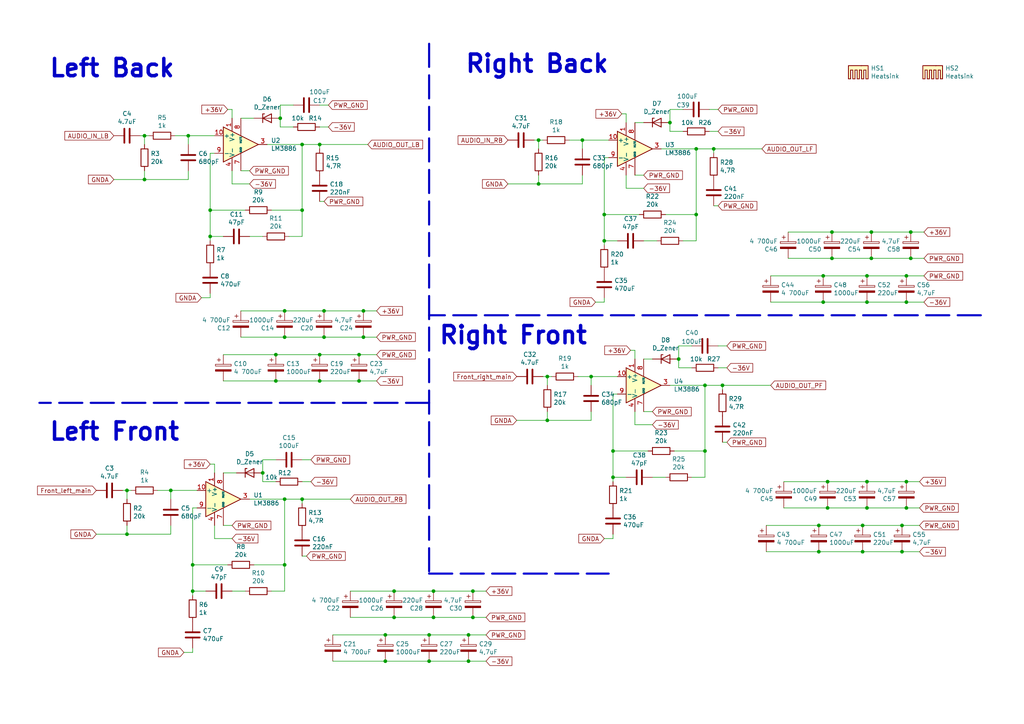
<source format=kicad_sch>
(kicad_sch (version 20211123) (generator eeschema)
  (paper "A4")
  (lib_symbols
    (symbol "Amplifier_Audio:LM3886" (pin_names (offset 0.127))
      (property "Reference" "U" (at 5.08 6.35 0))
      (property "Value" "LM3886" (at 5.08 3.81 0))
      (symbol "LM3886_0_1"
        (polyline (pts (xy -5.08 5.08) (xy 5.08 0) (xy -5.08 -5.08) (xy -5.08 5.08)) (stroke (width 0.254)) (fill (type background)))
      )
      (symbol "LM3886_1_1"
        (pin power_in line (at -2.54 7.62 270) (length 3.81) (name "V+") (number "1"))
        (pin input line (at -7.62 2.54 0) (length 2.54) (name "+") (number "10"))
        (pin no_connect line (at 2.54 2.54 270) (length 2.54) hide (name "NC") (number "11"))
        (pin no_connect line (at -2.54 2.54 270) (length 2.54) hide (name "NC") (number "2"))
        (pin output line (at 7.62 0 180) (length 2.54) (name "~") (number "3"))
        (pin power_in line (at -2.54 -7.62 90) (length 3.81) (name "V-") (number "4"))
        (pin passive line (at -2.54 7.62 270) (length 3.81) hide (name "V+") (number "5"))
        (pin no_connect line (at 0 2.54 270) (length 2.54) hide (name "NC") (number "6"))
        (pin power_in line (at 0 -7.62 90) (length 5.08) (name "GND") (number "7"))
        (pin input line (at 0 7.62 270) (length 5.08) (name "MUTE") (number "8"))
        (pin input line (at -7.62 -2.54 0) (length 2.54) (name "-") (number "9"))
      )
    )
    (symbol "Device:C" (pin_numbers hide) (pin_names (offset 0.254))
      (property "Reference" "C" (at 0.635 2.54 0))
      (property "Value" "C" (at 0.635 -2.54 0))
      (symbol "C_0_1"
        (polyline (pts (xy -2.032 -0.762) (xy 2.032 -0.762)) (stroke (width 0.508)))
        (polyline (pts (xy -2.032 0.762) (xy 2.032 0.762)) (stroke (width 0.508)))
      )
      (symbol "C_1_1"
        (pin passive line (at 0 3.81 270) (length 2.794) (name "~") (number "1"))
        (pin passive line (at 0 -3.81 90) (length 2.794) (name "~") (number "2"))
      )
    )
    (symbol "Device:CP" (pin_numbers hide) (pin_names (offset 0.254))
      (property "Reference" "C" (at 0.635 2.54 0))
      (property "Value" "Device_CP" (at 0.635 -2.54 0))
      (symbol "CP_0_1"
        (rectangle (start -2.286 0.508) (end 2.286 1.016))
        (polyline (pts (xy -1.778 2.286) (xy -0.762 2.286)))
        (polyline (pts (xy -1.27 2.794) (xy -1.27 1.778)))
        (rectangle (start 2.286 -0.508) (end -2.286 -1.016) (fill (type outline)))
      )
      (symbol "CP_1_1"
        (pin passive line (at 0 3.81 270) (length 2.794) (name "~") (number "1"))
        (pin passive line (at 0 -3.81 90) (length 2.794) (name "~") (number "2"))
      )
    )
    (symbol "Device:D_Zener" (pin_numbers hide) (pin_names (offset 1.016) hide)
      (property "Reference" "D" (at 0 2.54 0))
      (property "Value" "D_Zener" (at 0 -2.54 0))
      (symbol "D_Zener_0_1"
        (polyline (pts (xy 1.27 0) (xy -1.27 0)))
        (polyline (pts (xy -1.27 -1.27) (xy -1.27 1.27) (xy -0.762 1.27)) (stroke (width 0.254)))
        (polyline (pts (xy 1.27 -1.27) (xy 1.27 1.27) (xy -1.27 0) (xy 1.27 -1.27)) (stroke (width 0.254)))
      )
      (symbol "D_Zener_1_1"
        (pin passive line (at -3.81 0 0) (length 2.54) (name "K") (number "1"))
        (pin passive line (at 3.81 0 180) (length 2.54) (name "A") (number "2"))
      )
    )
    (symbol "Device:R" (pin_numbers hide) (pin_names (offset 0))
      (property "Reference" "R" (at 2.032 0 90))
      (property "Value" "R" (at 0 0 90))
      (symbol "R_0_1"
        (rectangle (start -1.016 -2.54) (end 1.016 2.54) (stroke (width 0.254)))
      )
      (symbol "R_1_1"
        (pin passive line (at 0 3.81 270) (length 1.27) (name "~") (number "1"))
        (pin passive line (at 0 -3.81 90) (length 1.27) (name "~") (number "2"))
      )
    )
    (symbol "Mechanical:Heatsink" (pin_names (offset 1.016))
      (property "Reference" "HS" (at 0 5.08 0))
      (property "Value" "Heatsink" (at 0 -1.27 0))
      (symbol "Heatsink_0_1"
        (polyline (pts (xy -0.3302 1.27) (xy -0.9652 1.27) (xy -0.9652 3.81) (xy -1.6002 3.81) (xy -1.6002 1.27) (xy -2.2352 1.27) (xy -2.2352 3.81) (xy -2.8702 3.81) (xy -2.8702 0) (xy -0.9652 0)) (stroke (width 0.254)) (fill (type background)))
        (polyline (pts (xy -0.3302 1.27) (xy -0.3302 3.81) (xy 0.3048 3.81) (xy 0.3048 1.27) (xy 0.9398 1.27) (xy 0.9398 3.81) (xy 1.5748 3.81) (xy 1.5748 1.27) (xy 2.2098 1.27) (xy 2.2098 3.81) (xy 2.8448 3.81) (xy 2.8448 0) (xy -0.9652 0)) (stroke (width 0.254)) (fill (type background)))
      )
    )
  )
  (junction (at 209.55 111.76))
  (junction (at 207.01 43.18))
  (junction (at 237.49 160.02))
  (junction (at 80.01 102.87))
  (junction (at 104.14 102.87))
  (junction (at 264.16 67.31))
  (junction (at 82.55 163.83))
  (junction (at 240.03 139.7))
  (junction (at 104.14 110.49))
  (junction (at 201.93 62.23))
  (junction (at 250.19 152.4))
  (junction (at 105.41 90.17))
  (junction (at 82.55 90.17))
  (junction (at 171.45 109.22))
  (junction (at 240.03 147.32))
  (junction (at 114.3 179.07))
  (junction (at 92.71 110.49))
  (junction (at 251.46 80.01))
  (junction (at 264.16 74.93))
  (junction (at 137.16 179.07))
  (junction (at 82.55 97.79))
  (junction (at 76.2 137.16))
  (junction (at 262.89 87.63))
  (junction (at 124.46 184.15))
  (junction (at 261.62 152.4))
  (junction (at 177.8 130.81))
  (junction (at 196.85 104.14))
  (junction (at 82.55 144.78))
  (junction (at 262.89 139.7))
  (junction (at 55.88 171.45))
  (junction (at 250.19 160.02))
  (junction (at 41.91 39.37))
  (junction (at 204.47 130.81))
  (junction (at 124.46 191.77))
  (junction (at 175.26 69.85))
  (junction (at 158.75 121.92))
  (junction (at 175.26 62.23))
  (junction (at 87.63 144.78))
  (junction (at 168.91 40.64))
  (junction (at 60.96 68.58))
  (junction (at 105.41 97.79))
  (junction (at 111.76 191.77))
  (junction (at 156.21 53.34))
  (junction (at 252.73 67.31))
  (junction (at 49.53 142.24))
  (junction (at 92.71 41.91))
  (junction (at 114.3 171.45))
  (junction (at 137.16 171.45))
  (junction (at 36.83 154.94))
  (junction (at 135.89 184.15))
  (junction (at 177.8 138.43))
  (junction (at 194.31 35.56))
  (junction (at 204.47 111.76))
  (junction (at 87.63 60.96))
  (junction (at 156.21 40.64))
  (junction (at 93.98 97.79))
  (junction (at 241.3 67.31))
  (junction (at 111.76 184.15))
  (junction (at 87.63 41.91))
  (junction (at 201.93 43.18))
  (junction (at 135.89 191.77))
  (junction (at 251.46 87.63))
  (junction (at 237.49 152.4))
  (junction (at 238.76 87.63))
  (junction (at 81.28 34.29))
  (junction (at 251.46 139.7))
  (junction (at 261.62 160.02))
  (junction (at 158.75 109.22))
  (junction (at 60.96 60.96))
  (junction (at 93.98 90.17))
  (junction (at 252.73 74.93))
  (junction (at 125.73 171.45))
  (junction (at 54.61 39.37))
  (junction (at 241.3 74.93))
  (junction (at 92.71 102.87))
  (junction (at 262.89 80.01))
  (junction (at 262.89 147.32))
  (junction (at 80.01 110.49))
  (junction (at 125.73 179.07))
  (junction (at 41.91 52.07))
  (junction (at 238.76 80.01))
  (junction (at 251.46 147.32))
  (junction (at 55.88 163.83))
  (junction (at 36.83 142.24))
  (wire (pts (xy 55.88 171.45) (xy 55.88 172.72)))
  (wire (pts (xy 147.32 53.34) (xy 156.21 53.34)))
  (wire (pts (xy 135.89 191.77) (xy 140.97 191.77)))
  (wire (pts (xy 189.23 138.43) (xy 193.04 138.43)))
  (wire (pts (xy 36.83 154.94) (xy 49.53 154.94)))
  (polyline (pts (xy 284.48 91.44) (xy 124.46 91.44)) (stroke (width 0.6096)))
  (wire (pts (xy 238.76 80.01) (xy 251.46 80.01)))
  (wire (pts (xy 125.73 179.07) (xy 114.3 179.07)))
  (wire (pts (xy 71.12 60.96) (xy 60.96 60.96)))
  (wire (pts (xy 184.15 101.6) (xy 184.15 104.14)))
  (wire (pts (xy 60.96 60.96) (xy 60.96 68.58)))
  (wire (pts (xy 105.41 97.79) (xy 93.98 97.79)))
  (wire (pts (xy 156.21 43.18) (xy 156.21 40.64)))
  (wire (pts (xy 35.56 142.24) (xy 36.83 142.24)))
  (wire (pts (xy 172.72 87.63) (xy 175.26 87.63)))
  (wire (pts (xy 78.74 60.96) (xy 87.63 60.96)))
  (wire (pts (xy 181.61 33.02) (xy 181.61 35.56)))
  (wire (pts (xy 87.63 41.91) (xy 87.63 60.96)))
  (wire (pts (xy 82.55 163.83) (xy 82.55 171.45)))
  (wire (pts (xy 87.63 133.35) (xy 90.17 133.35)))
  (wire (pts (xy 156.21 53.34) (xy 168.91 53.34)))
  (wire (pts (xy 92.71 102.87) (xy 104.14 102.87)))
  (wire (pts (xy 80.01 110.49) (xy 92.71 110.49)))
  (wire (pts (xy 60.96 44.45) (xy 60.96 60.96)))
  (wire (pts (xy 62.23 152.4) (xy 62.23 156.21)))
  (wire (pts (xy 200.66 138.43) (xy 204.47 138.43)))
  (wire (pts (xy 175.26 69.85) (xy 175.26 71.12)))
  (wire (pts (xy 177.8 114.3) (xy 177.8 130.81)))
  (wire (pts (xy 41.91 41.91) (xy 41.91 39.37)))
  (wire (pts (xy 208.28 100.33) (xy 210.82 100.33)))
  (wire (pts (xy 156.21 53.34) (xy 156.21 50.8)))
  (wire (pts (xy 78.74 171.45) (xy 82.55 171.45)))
  (wire (pts (xy 177.8 138.43) (xy 177.8 139.7)))
  (wire (pts (xy 69.85 49.53) (xy 72.39 49.53)))
  (wire (pts (xy 137.16 171.45) (xy 125.73 171.45)))
  (wire (pts (xy 60.96 68.58) (xy 60.96 69.85)))
  (wire (pts (xy 158.75 121.92) (xy 158.75 119.38)))
  (wire (pts (xy 125.73 171.45) (xy 114.3 171.45)))
  (wire (pts (xy 54.61 39.37) (xy 50.8 39.37)))
  (wire (pts (xy 184.15 35.56) (xy 186.69 35.56)))
  (wire (pts (xy 181.61 50.8) (xy 181.61 54.61)))
  (wire (pts (xy 175.26 87.63) (xy 175.26 86.36)))
  (wire (pts (xy 41.91 52.07) (xy 54.61 52.07)))
  (wire (pts (xy 124.46 191.77) (xy 135.89 191.77)))
  (wire (pts (xy 60.96 68.58) (xy 64.77 68.58)))
  (wire (pts (xy 222.25 160.02) (xy 237.49 160.02)))
  (wire (pts (xy 241.3 67.31) (xy 228.6 67.31)))
  (wire (pts (xy 193.04 62.23) (xy 201.93 62.23)))
  (wire (pts (xy 67.31 49.53) (xy 67.31 53.34)))
  (wire (pts (xy 186.69 119.38) (xy 189.23 119.38)))
  (wire (pts (xy 49.53 142.24) (xy 45.72 142.24)))
  (wire (pts (xy 251.46 87.63) (xy 262.89 87.63)))
  (wire (pts (xy 195.58 130.81) (xy 204.47 130.81)))
  (wire (pts (xy 267.97 67.31) (xy 264.16 67.31)))
  (wire (pts (xy 158.75 109.22) (xy 160.02 109.22)))
  (wire (pts (xy 80.01 139.7) (xy 76.2 139.7)))
  (wire (pts (xy 264.16 74.93) (xy 252.73 74.93)))
  (wire (pts (xy 64.77 152.4) (xy 67.31 152.4)))
  (wire (pts (xy 186.69 69.85) (xy 190.5 69.85)))
  (wire (pts (xy 250.19 160.02) (xy 261.62 160.02)))
  (polyline (pts (xy 124.46 116.84) (xy 11.43 116.84)) (stroke (width 0.6096)))
  (wire (pts (xy 262.89 80.01) (xy 267.97 80.01)))
  (wire (pts (xy 266.7 139.7) (xy 262.89 139.7)))
  (wire (pts (xy 69.85 34.29) (xy 73.66 34.29)))
  (wire (pts (xy 54.61 41.91) (xy 54.61 39.37)))
  (wire (pts (xy 49.53 154.94) (xy 49.53 152.4)))
  (wire (pts (xy 72.39 68.58) (xy 76.2 68.58)))
  (wire (pts (xy 64.77 110.49) (xy 80.01 110.49)))
  (wire (pts (xy 196.85 100.33) (xy 200.66 100.33)))
  (wire (pts (xy 87.63 60.96) (xy 87.63 68.58)))
  (wire (pts (xy 171.45 109.22) (xy 167.64 109.22)))
  (wire (pts (xy 186.69 104.14) (xy 189.23 104.14)))
  (wire (pts (xy 223.52 80.01) (xy 238.76 80.01)))
  (wire (pts (xy 40.64 39.37) (xy 41.91 39.37)))
  (wire (pts (xy 222.25 152.4) (xy 237.49 152.4)))
  (wire (pts (xy 168.91 43.18) (xy 168.91 40.64)))
  (wire (pts (xy 62.23 134.62) (xy 62.23 137.16)))
  (wire (pts (xy 92.71 58.42) (xy 93.98 58.42)))
  (wire (pts (xy 109.22 97.79) (xy 105.41 97.79)))
  (wire (pts (xy 177.8 130.81) (xy 177.8 138.43)))
  (wire (pts (xy 73.66 163.83) (xy 82.55 163.83)))
  (wire (pts (xy 240.03 139.7) (xy 227.33 139.7)))
  (wire (pts (xy 204.47 111.76) (xy 209.55 111.76)))
  (wire (pts (xy 198.12 38.1) (xy 194.31 38.1)))
  (wire (pts (xy 237.49 152.4) (xy 250.19 152.4)))
  (wire (pts (xy 41.91 52.07) (xy 41.91 49.53)))
  (wire (pts (xy 209.55 111.76) (xy 209.55 113.03)))
  (wire (pts (xy 67.31 171.45) (xy 71.12 171.45)))
  (wire (pts (xy 241.3 74.93) (xy 228.6 74.93)))
  (wire (pts (xy 36.83 154.94) (xy 36.83 152.4)))
  (wire (pts (xy 251.46 147.32) (xy 240.03 147.32)))
  (wire (pts (xy 177.8 138.43) (xy 181.61 138.43)))
  (wire (pts (xy 261.62 160.02) (xy 266.7 160.02)))
  (wire (pts (xy 194.31 31.75) (xy 198.12 31.75)))
  (wire (pts (xy 67.31 31.75) (xy 67.31 34.29)))
  (wire (pts (xy 55.88 147.32) (xy 55.88 163.83)))
  (wire (pts (xy 262.89 139.7) (xy 251.46 139.7)))
  (wire (pts (xy 262.89 147.32) (xy 251.46 147.32)))
  (wire (pts (xy 60.96 86.36) (xy 60.96 85.09)))
  (wire (pts (xy 171.45 111.76) (xy 171.45 109.22)))
  (wire (pts (xy 207.01 43.18) (xy 207.01 44.45)))
  (wire (pts (xy 41.91 39.37) (xy 43.18 39.37)))
  (wire (pts (xy 76.2 139.7) (xy 76.2 137.16)))
  (wire (pts (xy 168.91 40.64) (xy 165.1 40.64)))
  (wire (pts (xy 201.93 62.23) (xy 201.93 69.85)))
  (wire (pts (xy 175.26 45.72) (xy 175.26 62.23)))
  (wire (pts (xy 104.14 110.49) (xy 109.22 110.49)))
  (wire (pts (xy 156.21 40.64) (xy 157.48 40.64)))
  (wire (pts (xy 66.04 163.83) (xy 55.88 163.83)))
  (wire (pts (xy 60.96 44.45) (xy 62.23 44.45)))
  (wire (pts (xy 201.93 43.18) (xy 201.93 62.23)))
  (wire (pts (xy 96.52 191.77) (xy 111.76 191.77)))
  (wire (pts (xy 223.52 87.63) (xy 238.76 87.63)))
  (wire (pts (xy 252.73 74.93) (xy 241.3 74.93)))
  (wire (pts (xy 208.28 106.68) (xy 210.82 106.68)))
  (wire (pts (xy 64.77 102.87) (xy 80.01 102.87)))
  (wire (pts (xy 87.63 144.78) (xy 101.6 144.78)))
  (wire (pts (xy 238.76 87.63) (xy 251.46 87.63)))
  (wire (pts (xy 92.71 36.83) (xy 95.25 36.83)))
  (wire (pts (xy 93.98 97.79) (xy 82.55 97.79)))
  (wire (pts (xy 209.55 128.27) (xy 210.82 128.27)))
  (wire (pts (xy 266.7 147.32) (xy 262.89 147.32)))
  (wire (pts (xy 67.31 53.34) (xy 72.39 53.34)))
  (wire (pts (xy 200.66 106.68) (xy 196.85 106.68)))
  (wire (pts (xy 198.12 69.85) (xy 201.93 69.85)))
  (wire (pts (xy 177.8 114.3) (xy 179.07 114.3)))
  (wire (pts (xy 96.52 184.15) (xy 111.76 184.15)))
  (wire (pts (xy 87.63 161.29) (xy 88.9 161.29)))
  (wire (pts (xy 184.15 50.8) (xy 186.69 50.8)))
  (wire (pts (xy 49.53 142.24) (xy 57.15 142.24)))
  (wire (pts (xy 204.47 111.76) (xy 204.47 130.81)))
  (wire (pts (xy 55.88 163.83) (xy 55.88 171.45)))
  (wire (pts (xy 154.94 40.64) (xy 156.21 40.64)))
  (wire (pts (xy 180.34 33.02) (xy 181.61 33.02)))
  (wire (pts (xy 251.46 80.01) (xy 262.89 80.01)))
  (wire (pts (xy 262.89 87.63) (xy 267.97 87.63)))
  (wire (pts (xy 93.98 90.17) (xy 82.55 90.17)))
  (wire (pts (xy 149.86 121.92) (xy 158.75 121.92)))
  (wire (pts (xy 187.96 130.81) (xy 177.8 130.81)))
  (wire (pts (xy 194.31 111.76) (xy 204.47 111.76)))
  (wire (pts (xy 157.48 109.22) (xy 158.75 109.22)))
  (wire (pts (xy 205.74 31.75) (xy 208.28 31.75)))
  (wire (pts (xy 184.15 123.19) (xy 189.23 123.19)))
  (polyline (pts (xy 124.46 12.7) (xy 124.46 166.37)) (stroke (width 0.6096)))
  (wire (pts (xy 76.2 137.16) (xy 76.2 133.35)))
  (wire (pts (xy 175.26 69.85) (xy 179.07 69.85)))
  (wire (pts (xy 184.15 119.38) (xy 184.15 123.19)))
  (wire (pts (xy 27.94 154.94) (xy 36.83 154.94)))
  (wire (pts (xy 36.83 144.78) (xy 36.83 142.24)))
  (wire (pts (xy 105.41 90.17) (xy 93.98 90.17)))
  (wire (pts (xy 209.55 111.76) (xy 223.52 111.76)))
  (polyline (pts (xy 124.46 166.37) (xy 176.53 166.37)) (stroke (width 0.6096)))
  (wire (pts (xy 237.49 160.02) (xy 250.19 160.02)))
  (wire (pts (xy 114.3 179.07) (xy 101.6 179.07)))
  (wire (pts (xy 171.45 121.92) (xy 171.45 119.38)))
  (wire (pts (xy 72.39 144.78) (xy 82.55 144.78)))
  (wire (pts (xy 182.88 101.6) (xy 184.15 101.6)))
  (wire (pts (xy 204.47 130.81) (xy 204.47 138.43)))
  (wire (pts (xy 77.47 41.91) (xy 87.63 41.91)))
  (wire (pts (xy 87.63 41.91) (xy 92.71 41.91)))
  (wire (pts (xy 66.04 31.75) (xy 67.31 31.75)))
  (wire (pts (xy 109.22 90.17) (xy 105.41 90.17)))
  (wire (pts (xy 49.53 144.78) (xy 49.53 142.24)))
  (wire (pts (xy 114.3 171.45) (xy 101.6 171.45)))
  (wire (pts (xy 251.46 139.7) (xy 240.03 139.7)))
  (wire (pts (xy 264.16 67.31) (xy 252.73 67.31)))
  (wire (pts (xy 140.97 171.45) (xy 137.16 171.45)))
  (wire (pts (xy 92.71 30.48) (xy 95.25 30.48)))
  (wire (pts (xy 36.83 142.24) (xy 38.1 142.24)))
  (wire (pts (xy 207.01 59.69) (xy 208.28 59.69)))
  (wire (pts (xy 82.55 90.17) (xy 69.85 90.17)))
  (wire (pts (xy 194.31 38.1) (xy 194.31 35.56)))
  (wire (pts (xy 58.42 86.36) (xy 60.96 86.36)))
  (wire (pts (xy 85.09 36.83) (xy 81.28 36.83)))
  (wire (pts (xy 140.97 179.07) (xy 137.16 179.07)))
  (wire (pts (xy 76.2 133.35) (xy 80.01 133.35)))
  (wire (pts (xy 92.71 41.91) (xy 106.68 41.91)))
  (wire (pts (xy 177.8 156.21) (xy 177.8 154.94)))
  (wire (pts (xy 80.01 102.87) (xy 92.71 102.87)))
  (wire (pts (xy 62.23 156.21) (xy 67.31 156.21)))
  (wire (pts (xy 261.62 152.4) (xy 266.7 152.4)))
  (wire (pts (xy 87.63 139.7) (xy 90.17 139.7)))
  (wire (pts (xy 175.26 45.72) (xy 176.53 45.72)))
  (wire (pts (xy 137.16 179.07) (xy 125.73 179.07)))
  (wire (pts (xy 171.45 109.22) (xy 179.07 109.22)))
  (wire (pts (xy 135.89 184.15) (xy 140.97 184.15)))
  (wire (pts (xy 191.77 43.18) (xy 201.93 43.18)))
  (wire (pts (xy 81.28 36.83) (xy 81.28 34.29)))
  (wire (pts (xy 104.14 102.87) (xy 109.22 102.87)))
  (wire (pts (xy 168.91 40.64) (xy 176.53 40.64)))
  (wire (pts (xy 196.85 106.68) (xy 196.85 104.14)))
  (wire (pts (xy 33.02 52.07) (xy 41.91 52.07)))
  (wire (pts (xy 194.31 35.56) (xy 194.31 31.75)))
  (wire (pts (xy 181.61 54.61) (xy 186.69 54.61)))
  (wire (pts (xy 158.75 121.92) (xy 171.45 121.92)))
  (wire (pts (xy 54.61 39.37) (xy 62.23 39.37)))
  (wire (pts (xy 64.77 137.16) (xy 68.58 137.16)))
  (wire (pts (xy 82.55 97.79) (xy 69.85 97.79)))
  (wire (pts (xy 83.82 68.58) (xy 87.63 68.58)))
  (wire (pts (xy 250.19 152.4) (xy 261.62 152.4)))
  (wire (pts (xy 111.76 184.15) (xy 124.46 184.15)))
  (wire (pts (xy 81.28 34.29) (xy 81.28 30.48)))
  (wire (pts (xy 175.26 156.21) (xy 177.8 156.21)))
  (wire (pts (xy 92.71 110.49) (xy 104.14 110.49)))
  (wire (pts (xy 92.71 41.91) (xy 92.71 43.18)))
  (wire (pts (xy 240.03 147.32) (xy 227.33 147.32)))
  (wire (pts (xy 82.55 144.78) (xy 87.63 144.78)))
  (wire (pts (xy 55.88 171.45) (xy 59.69 171.45)))
  (wire (pts (xy 55.88 189.23) (xy 55.88 187.96)))
  (wire (pts (xy 60.96 134.62) (xy 62.23 134.62)))
  (wire (pts (xy 111.76 191.77) (xy 124.46 191.77)))
  (wire (pts (xy 55.88 147.32) (xy 57.15 147.32)))
  (wire (pts (xy 54.61 52.07) (xy 54.61 49.53)))
  (wire (pts (xy 53.34 189.23) (xy 55.88 189.23)))
  (wire (pts (xy 252.73 67.31) (xy 241.3 67.31)))
  (wire (pts (xy 175.26 62.23) (xy 175.26 69.85)))
  (wire (pts (xy 168.91 53.34) (xy 168.91 50.8)))
  (wire (pts (xy 124.46 184.15) (xy 135.89 184.15)))
  (wire (pts (xy 185.42 62.23) (xy 175.26 62.23)))
  (wire (pts (xy 207.01 43.18) (xy 220.98 43.18)))
  (wire (pts (xy 205.74 38.1) (xy 208.28 38.1)))
  (wire (pts (xy 81.28 30.48) (xy 85.09 30.48)))
  (wire (pts (xy 196.85 104.14) (xy 196.85 100.33)))
  (wire (pts (xy 87.63 144.78) (xy 87.63 146.05)))
  (wire (pts (xy 201.93 43.18) (xy 207.01 43.18)))
  (wire (pts (xy 158.75 111.76) (xy 158.75 109.22)))
  (wire (pts (xy 82.55 144.78) (xy 82.55 163.83)))
  (wire (pts (xy 267.97 74.93) (xy 264.16 74.93)))
  (text " Right Front" (at 123.19 100.33 0) (effects (font (size 5.0038 5.0038) (thickness 1.0008) bold) (justify left bottom)))
  (text " Right Back" (at 130.81 21.59 0) (effects (font (size 5.0038 5.0038) (thickness 1.0008) bold) (justify left bottom)))
  (text "Left Back" (at 13.97 22.86 0) (effects (font (size 5.0038 5.0038) (thickness 1.0008) bold) (justify left bottom)))
  (text "Left Front" (at 13.97 128.27 0) (effects (font (size 5.0038 5.0038) (thickness 1.0008) bold) (justify left bottom)))
  (global_label "GNDA" (shape input) (at 172.72 87.63 180) (property "Intersheet References" "${INTERSHEET_REFS}" (effects hide)))
  (global_label "PWR_GND" (shape input) (at 88.9 161.29 0) (property "Intersheet References" "${INTERSHEET_REFS}" (effects hide)))
  (global_label "PWR_GND" (shape input) (at 189.23 119.38 0) (property "Intersheet References" "${INTERSHEET_REFS}" (effects hide)))
  (global_label "-36V" (shape input) (at 186.69 54.61 0) (property "Intersheet References" "${INTERSHEET_REFS}" (effects hide)))
  (global_label "GNDA" (shape input) (at 58.42 86.36 180) (property "Intersheet References" "${INTERSHEET_REFS}" (effects hide)))
  (global_label "AUDIO_OUT_LF" (shape input) (at 220.98 43.18 0) (property "Intersheet References" "${INTERSHEET_REFS}" (effects hide)))
  (global_label "-36V" (shape input) (at 266.7 160.02 0) (property "Intersheet References" "${INTERSHEET_REFS}" (effects hide)))
  (global_label "PWR_GND" (shape input) (at 90.17 133.35 0) (property "Intersheet References" "${INTERSHEET_REFS}" (effects hide)))
  (global_label "-36V" (shape input) (at 267.97 87.63 0) (property "Intersheet References" "${INTERSHEET_REFS}" (effects hide)))
  (global_label "PWR_GND" (shape input) (at 267.97 80.01 0) (property "Intersheet References" "${INTERSHEET_REFS}" (effects hide)))
  (global_label "GNDA" (shape input) (at 147.32 53.34 180) (property "Intersheet References" "${INTERSHEET_REFS}" (effects hide)))
  (global_label "PWR_GND" (shape input) (at 93.98 58.42 0) (property "Intersheet References" "${INTERSHEET_REFS}" (effects hide)))
  (global_label "GNDA" (shape input) (at 33.02 52.07 180) (property "Intersheet References" "${INTERSHEET_REFS}" (effects hide)))
  (global_label "-36V" (shape input) (at 95.25 36.83 0) (property "Intersheet References" "${INTERSHEET_REFS}" (effects hide)))
  (global_label "AUDIO_IN_RB" (shape input) (at 147.32 40.64 180) (property "Intersheet References" "${INTERSHEET_REFS}" (effects hide)))
  (global_label "PWR_GND" (shape input) (at 67.31 152.4 0) (property "Intersheet References" "${INTERSHEET_REFS}" (effects hide)))
  (global_label "-36V" (shape input) (at 210.82 106.68 0) (property "Intersheet References" "${INTERSHEET_REFS}" (effects hide)))
  (global_label "+36V" (shape input) (at 267.97 67.31 0) (property "Intersheet References" "${INTERSHEET_REFS}" (effects hide)))
  (global_label "AUDIO_OUT_LB" (shape input) (at 106.68 41.91 0) (property "Intersheet References" "${INTERSHEET_REFS}" (effects hide)))
  (global_label "-36V" (shape input) (at 208.28 38.1 0) (property "Intersheet References" "${INTERSHEET_REFS}" (effects hide)))
  (global_label "+36V" (shape input) (at 266.7 139.7 0) (property "Intersheet References" "${INTERSHEET_REFS}" (effects hide)))
  (global_label "PWR_GND" (shape input) (at 140.97 179.07 0) (property "Intersheet References" "${INTERSHEET_REFS}" (effects hide)))
  (global_label "PWR_GND" (shape input) (at 266.7 152.4 0) (property "Intersheet References" "${INTERSHEET_REFS}" (effects hide)))
  (global_label "Front_left_main" (shape input) (at 27.94 142.24 180) (property "Intersheet References" "${INTERSHEET_REFS}" (effects hide)))
  (global_label "GNDA" (shape input) (at 175.26 156.21 180) (property "Intersheet References" "${INTERSHEET_REFS}" (effects hide)))
  (global_label "PWR_GND" (shape input) (at 109.22 102.87 0) (property "Intersheet References" "${INTERSHEET_REFS}" (effects hide)))
  (global_label "+36V" (shape input) (at 180.34 33.02 180) (property "Intersheet References" "${INTERSHEET_REFS}" (effects hide)))
  (global_label "-36V" (shape input) (at 189.23 123.19 0) (property "Intersheet References" "${INTERSHEET_REFS}" (effects hide)))
  (global_label "AUDIO_OUT_PF" (shape input) (at 223.52 111.76 0) (property "Intersheet References" "${INTERSHEET_REFS}" (effects hide)))
  (global_label "+36V" (shape input) (at 60.96 134.62 180) (property "Intersheet References" "${INTERSHEET_REFS}" (effects hide)))
  (global_label "-36V" (shape input) (at 140.97 191.77 0) (property "Intersheet References" "${INTERSHEET_REFS}" (effects hide)))
  (global_label "GNDA" (shape input) (at 53.34 189.23 180) (property "Intersheet References" "${INTERSHEET_REFS}" (effects hide)))
  (global_label "AUDIO_OUT_RB" (shape input) (at 101.6 144.78 0) (property "Intersheet References" "${INTERSHEET_REFS}" (effects hide)))
  (global_label "-36V" (shape input) (at 72.39 53.34 0) (property "Intersheet References" "${INTERSHEET_REFS}" (effects hide)))
  (global_label "+36V" (shape input) (at 182.88 101.6 180) (property "Intersheet References" "${INTERSHEET_REFS}" (effects hide)))
  (global_label "PWR_GND" (shape input) (at 208.28 31.75 0) (property "Intersheet References" "${INTERSHEET_REFS}" (effects hide)))
  (global_label "-36V" (shape input) (at 109.22 110.49 0) (property "Intersheet References" "${INTERSHEET_REFS}" (effects hide)))
  (global_label "PWR_GND" (shape input) (at 210.82 100.33 0) (property "Intersheet References" "${INTERSHEET_REFS}" (effects hide)))
  (global_label "PWR_GND" (shape input) (at 208.28 59.69 0) (property "Intersheet References" "${INTERSHEET_REFS}" (effects hide)))
  (global_label "PWR_GND" (shape input) (at 267.97 74.93 0) (property "Intersheet References" "${INTERSHEET_REFS}" (effects hide)))
  (global_label "PWR_GND" (shape input) (at 210.82 128.27 0) (property "Intersheet References" "${INTERSHEET_REFS}" (effects hide)))
  (global_label "AUDIO_IN_LB" (shape input) (at 33.02 39.37 180) (property "Intersheet References" "${INTERSHEET_REFS}" (effects hide)))
  (global_label "+36V" (shape input) (at 140.97 171.45 0) (property "Intersheet References" "${INTERSHEET_REFS}" (effects hide)))
  (global_label "-36V" (shape input) (at 67.31 156.21 0) (property "Intersheet References" "${INTERSHEET_REFS}" (effects hide)))
  (global_label "+36V" (shape input) (at 66.04 31.75 180) (property "Intersheet References" "${INTERSHEET_REFS}" (effects hide)))
  (global_label "PWR_GND" (shape input) (at 140.97 184.15 0) (property "Intersheet References" "${INTERSHEET_REFS}" (effects hide)))
  (global_label "PWR_GND" (shape input) (at 109.22 97.79 0) (property "Intersheet References" "${INTERSHEET_REFS}" (effects hide)))
  (global_label "PWR_GND" (shape input) (at 72.39 49.53 0) (property "Intersheet References" "${INTERSHEET_REFS}" (effects hide)))
  (global_label "GNDA" (shape input) (at 27.94 154.94 180) (property "Intersheet References" "${INTERSHEET_REFS}" (effects hide)))
  (global_label "PWR_GND" (shape input) (at 266.7 147.32 0) (property "Intersheet References" "${INTERSHEET_REFS}" (effects hide)))
  (global_label "-36V" (shape input) (at 90.17 139.7 0) (property "Intersheet References" "${INTERSHEET_REFS}" (effects hide)))
  (global_label "GNDA" (shape input) (at 149.86 121.92 180) (property "Intersheet References" "${INTERSHEET_REFS}" (effects hide)))
  (global_label "+36V" (shape input) (at 109.22 90.17 0) (property "Intersheet References" "${INTERSHEET_REFS}" (effects hide)))
  (global_label "PWR_GND" (shape input) (at 186.69 50.8 0) (property "Intersheet References" "${INTERSHEET_REFS}" (effects hide)))
  (global_label "Front_right_main" (shape input) (at 149.86 109.22 180) (property "Intersheet References" "${INTERSHEET_REFS}" (effects hide)))
  (global_label "PWR_GND" (shape input) (at 95.25 30.48 0) (property "Intersheet References" "${INTERSHEET_REFS}" (effects hide)))
  (symbol (lib_id "Device:CP") (at 93.98 93.98 0) (unit 1)
    (property "Reference" "C20" (at 90.9828 95.1484 0) (effects (justify right)))
    (property "Value" "220uF" (at 90.9828 92.837 0) (effects (justify right)))
    (property "Footprint" "Capacitor_THT:CP_Radial_D10.0mm_P5.00mm" (effects hide))
  )
  (symbol (lib_id "Device:CP") (at 105.41 93.98 0) (unit 1)
    (property "Reference" "C24" (at 102.4128 95.1484 0) (effects (justify right)))
    (property "Value" "4,7uF" (at 102.4128 92.837 0) (effects (justify right)))
    (property "Footprint" "Capacitor_THT:CP_Radial_D6.3mm_P2.50mm" (effects hide))
  )
  (symbol (lib_id "Amplifier_Audio:LM3886") (at 69.85 41.91 0) (unit 1)
    (property "Reference" "U2" (at 78.5876 40.7416 0) (effects (justify left)))
    (property "Value" "LM3886" (at 78.5876 43.053 0) (effects (justify left)))
    (property "Footprint" "Package_TO_SOT_THT:TO-220-11_P3.4x5.08mm_StaggerOdd_Lead4.85mm_Vertical" (effects hide))
    (property "Datasheet" "http://www.ti.com/lit/ds/symlink/lm3886.pdf" (effects hide))
  )
  (symbol (lib_id "Device:C") (at 63.5 171.45 270) (unit 1)
    (property "Reference" "C9" (at 63.5 165.0492 90))
    (property "Value" "47pF" (at 63.5 167.3606 90))
    (property "Footprint" "Capacitor_SMD:C_1206_3216Metric" (effects hide))
  )
  (symbol (lib_id "Device:R") (at 36.83 148.59 180) (unit 1)
    (property "Reference" "R2" (at 38.608 147.4216 0) (effects (justify right)))
    (property "Value" "20k" (at 38.608 149.733 0) (effects (justify right)))
    (property "Footprint" "Resistor_SMD:R_1206_3216Metric" (effects hide))
  )
  (symbol (lib_id "Device:C") (at 31.75 142.24 270) (unit 1)
    (property "Reference" "C3" (at 31.75 135.8392 90))
    (property "Value" "4.7uF" (at 31.75 138.1506 90))
    (property "Footprint" "Capacitor_SMD:C_1206_3216Metric" (effects hide))
  )
  (symbol (lib_id "Amplifier_Audio:LM3886") (at 184.15 43.18 0) (unit 1)
    (property "Reference" "U3" (at 192.8876 42.0116 0) (effects (justify left)))
    (property "Value" "LM3886" (at 192.8876 44.323 0) (effects (justify left)))
    (property "Footprint" "Package_TO_SOT_THT:TO-220-11_P3.4x5.08mm_StaggerOdd_Lead4.85mm_Vertical" (effects hide))
    (property "Datasheet" "http://www.ti.com/lit/ds/symlink/lm3886.pdf" (effects hide))
  )
  (symbol (lib_id "Device:C") (at 151.13 40.64 270) (unit 1)
    (property "Reference" "C31" (at 151.13 34.2392 90))
    (property "Value" "4.7uF" (at 151.13 36.5506 90))
    (property "Footprint" "Capacitor_SMD:C_1206_3216Metric" (effects hide))
  )
  (symbol (lib_id "Device:R") (at 156.21 46.99 180) (unit 1)
    (property "Reference" "R16" (at 157.988 45.8216 0) (effects (justify right)))
    (property "Value" "20k" (at 157.988 48.133 0) (effects (justify right)))
    (property "Footprint" "Resistor_SMD:R_1206_3216Metric" (effects hide))
  )
  (symbol (lib_id "Device:R") (at 161.29 40.64 270) (unit 1)
    (property "Reference" "R18" (at 161.29 35.3822 90))
    (property "Value" "1k" (at 161.29 37.6936 90))
    (property "Footprint" "Resistor_SMD:R_1206_3216Metric" (effects hide))
  )
  (symbol (lib_id "Device:C") (at 168.91 46.99 0) (unit 1)
    (property "Reference" "C33" (at 171.831 45.8216 0) (effects (justify left)))
    (property "Value" "680pF" (at 171.831 48.133 0) (effects (justify left)))
    (property "Footprint" "Capacitor_SMD:C_1206_3216Metric" (effects hide))
  )
  (symbol (lib_id "Device:C") (at 175.26 82.55 0) (unit 1)
    (property "Reference" "C35" (at 178.181 81.3816 0) (effects (justify left)))
    (property "Value" "470uF" (at 178.181 83.693 0) (effects (justify left)))
    (property "Footprint" "Capacitor_SMD:C_1206_3216Metric" (effects hide))
  )
  (symbol (lib_id "Device:R") (at 194.31 69.85 90) (unit 1)
    (property "Reference" "R24" (at 194.31 64.5922 90))
    (property "Value" "20k" (at 194.31 66.9036 90))
    (property "Footprint" "Resistor_THT:R_Axial_DIN0204_L3.6mm_D1.6mm_P7.62mm_Horizontal" (effects hide))
  )
  (symbol (lib_id "Device:R") (at 189.23 62.23 90) (unit 1)
    (property "Reference" "R22" (at 189.23 56.9722 90))
    (property "Value" "20k" (at 189.23 59.2836 90))
    (property "Footprint" "Resistor_THT:R_Axial_DIN0204_L3.6mm_D1.6mm_P7.62mm_Horizontal" (effects hide))
  )
  (symbol (lib_id "Device:CP") (at 262.89 83.82 0) (unit 1)
    (property "Reference" "C56" (at 265.8872 82.6516 0) (effects (justify left)))
    (property "Value" "4,7uF" (at 265.8872 84.963 0) (effects (justify left)))
    (property "Footprint" "Capacitor_THT:CP_Radial_D6.3mm_P2.50mm" (effects hide))
  )
  (symbol (lib_id "Device:CP") (at 251.46 83.82 0) (unit 1)
    (property "Reference" "C52" (at 254.4572 82.6516 0) (effects (justify left)))
    (property "Value" "220uF" (at 254.4572 84.963 0) (effects (justify left)))
    (property "Footprint" "Capacitor_THT:CP_Radial_D10.0mm_P5.00mm" (effects hide))
  )
  (symbol (lib_id "Device:CP") (at 238.76 83.82 0) (unit 1)
    (property "Reference" "C48" (at 241.7572 82.6516 0) (effects (justify left)))
    (property "Value" "1000uF" (at 241.7572 84.963 0) (effects (justify left)))
    (property "Footprint" "Capacitor_THT:CP_Radial_D12.5mm_P5.00mm" (effects hide))
  )
  (symbol (lib_id "Device:CP") (at 223.52 83.82 0) (unit 1)
    (property "Reference" "C44" (at 226.5172 82.6516 0) (effects (justify left)))
    (property "Value" "4 700uF" (at 226.5172 84.963 0) (effects (justify left)))
    (property "Footprint" "Capacitor_THT:CP_Radial_D18.0mm_P7.50mm" (effects hide))
  )
  (symbol (lib_id "Device:CP") (at 264.16 71.12 0) (unit 1)
    (property "Reference" "C58" (at 261.1628 72.2884 0) (effects (justify right)))
    (property "Value" "4,7uF" (at 261.1628 69.977 0) (effects (justify right)))
    (property "Footprint" "Capacitor_THT:CP_Radial_D6.3mm_P2.50mm" (effects hide))
  )
  (symbol (lib_id "Device:CP") (at 252.73 71.12 0) (unit 1)
    (property "Reference" "C54" (at 249.7328 72.2884 0) (effects (justify right)))
    (property "Value" "220uF" (at 249.7328 69.977 0) (effects (justify right)))
    (property "Footprint" "Capacitor_THT:CP_Radial_D10.0mm_P5.00mm" (effects hide))
  )
  (symbol (lib_id "Device:CP") (at 241.3 71.12 0) (unit 1)
    (property "Reference" "C50" (at 238.3028 72.2884 0) (effects (justify right)))
    (property "Value" "1000uF" (at 238.3028 69.977 0) (effects (justify right)))
    (property "Footprint" "Capacitor_THT:CP_Radial_D12.5mm_P5.00mm" (effects hide))
  )
  (symbol (lib_id "Device:CP") (at 228.6 71.12 0) (unit 1)
    (property "Reference" "C46" (at 225.6028 72.2884 0) (effects (justify right)))
    (property "Value" "4 700uF" (at 225.6028 69.977 0) (effects (justify right)))
    (property "Footprint" "Capacitor_THT:CP_Radial_D18.0mm_P7.50mm" (effects hide))
  )
  (symbol (lib_id "Device:C") (at 177.8 151.13 0) (unit 1)
    (property "Reference" "C36" (at 180.721 149.9616 0) (effects (justify left)))
    (property "Value" "470uF" (at 180.721 152.273 0) (effects (justify left)))
    (property "Footprint" "Capacitor_SMD:C_1206_3216Metric" (effects hide))
  )
  (symbol (lib_id "Device:R") (at 177.8 143.51 180) (unit 1)
    (property "Reference" "R21" (at 179.578 142.3416 0) (effects (justify right)))
    (property "Value" "1k" (at 179.578 144.653 0) (effects (justify right)))
    (property "Footprint" "Resistor_THT:R_Axial_DIN0204_L3.6mm_D1.6mm_P7.62mm_Horizontal" (effects hide))
  )
  (symbol (lib_id "Device:C") (at 185.42 138.43 270) (unit 1)
    (property "Reference" "C38" (at 185.42 132.0292 90))
    (property "Value" "47pF" (at 185.42 134.3406 90))
    (property "Footprint" "Capacitor_SMD:C_1206_3216Metric" (effects hide))
  )
  (symbol (lib_id "Device:R") (at 196.85 138.43 90) (unit 1)
    (property "Reference" "R25" (at 196.85 133.1722 90))
    (property "Value" "20k" (at 196.85 135.4836 90))
    (property "Footprint" "Resistor_THT:R_Axial_DIN0204_L3.6mm_D1.6mm_P7.62mm_Horizontal" (effects hide))
  )
  (symbol (lib_id "Device:CP") (at 250.19 156.21 0) (unit 1)
    (property "Reference" "C51" (at 253.1872 155.0416 0) (effects (justify left)))
    (property "Value" "220uF" (at 253.1872 157.353 0) (effects (justify left)))
    (property "Footprint" "Capacitor_THT:CP_Radial_D10.0mm_P5.00mm" (effects hide))
  )
  (symbol (lib_id "Device:CP") (at 237.49 156.21 0) (unit 1)
    (property "Reference" "C47" (at 240.4872 155.0416 0) (effects (justify left)))
    (property "Value" "1000uF" (at 240.4872 157.353 0) (effects (justify left)))
    (property "Footprint" "Capacitor_THT:CP_Radial_D12.5mm_P5.00mm" (effects hide))
  )
  (symbol (lib_id "Device:CP") (at 222.25 156.21 0) (unit 1)
    (property "Reference" "C43" (at 225.2472 155.0416 0) (effects (justify left)))
    (property "Value" "4 700uF" (at 225.2472 157.353 0) (effects (justify left)))
    (property "Footprint" "Capacitor_THT:CP_Radial_D18.0mm_P7.50mm" (effects hide))
  )
  (symbol (lib_id "Device:C") (at 60.96 81.28 0) (unit 1)
    (property "Reference" "C8" (at 63.881 80.1116 0) (effects (justify left)))
    (property "Value" "470uF" (at 63.881 82.423 0) (effects (justify left)))
    (property "Footprint" "Capacitor_SMD:C_1206_3216Metric" (effects hide))
  )
  (symbol (lib_id "Device:R") (at 60.96 73.66 180) (unit 1)
    (property "Reference" "R7" (at 62.738 72.4916 0) (effects (justify right)))
    (property "Value" "1k" (at 62.738 74.803 0) (effects (justify right)))
    (property "Footprint" "Resistor_THT:R_Axial_DIN0204_L3.6mm_D1.6mm_P7.62mm_Horizontal" (effects hide))
  )
  (symbol (lib_id "Device:R") (at 80.01 68.58 90) (unit 1)
    (property "Reference" "R11" (at 80.01 63.3222 90))
    (property "Value" "20k" (at 80.01 65.6336 90))
    (property "Footprint" "Resistor_THT:R_Axial_DIN0204_L3.6mm_D1.6mm_P7.62mm_Horizontal" (effects hide))
  )
  (symbol (lib_id "Device:R") (at 74.93 60.96 90) (unit 1)
    (property "Reference" "R9" (at 74.93 55.7022 90))
    (property "Value" "20k" (at 74.93 58.0136 90))
    (property "Footprint" "Resistor_THT:R_Axial_DIN0204_L3.6mm_D1.6mm_P7.62mm_Horizontal" (effects hide))
  )
  (symbol (lib_id "Device:R") (at 92.71 46.99 0) (unit 1)
    (property "Reference" "R15" (at 94.488 45.8216 0) (effects (justify left)))
    (property "Value" "4,7R" (at 94.488 48.133 0) (effects (justify left)))
    (property "Footprint" "Resistor_THT:R_Axial_DIN0614_L14.3mm_D5.7mm_P15.24mm_Horizontal" (effects hide))
  )
  (symbol (lib_id "Device:C") (at 92.71 54.61 180) (unit 1)
    (property "Reference" "C18" (at 95.631 53.4416 0) (effects (justify right)))
    (property "Value" "220nF" (at 95.631 55.753 0) (effects (justify right)))
    (property "Footprint" "Capacitor_THT:C_Radial_D8.0mm_H11.5mm_P3.50mm" (effects hide))
  )
  (symbol (lib_id "Device:CP") (at 104.14 106.68 0) (unit 1)
    (property "Reference" "C23" (at 107.1372 105.5116 0) (effects (justify left)))
    (property "Value" "4,7uF" (at 107.1372 107.823 0) (effects (justify left)))
    (property "Footprint" "Capacitor_THT:CP_Radial_D6.3mm_P2.50mm" (effects hide))
  )
  (symbol (lib_id "Device:CP") (at 92.71 106.68 0) (unit 1)
    (property "Reference" "C19" (at 95.7072 105.5116 0) (effects (justify left)))
    (property "Value" "220uF" (at 95.7072 107.823 0) (effects (justify left)))
    (property "Footprint" "Capacitor_THT:CP_Radial_D10.0mm_P5.00mm" (effects hide))
  )
  (symbol (lib_id "Device:C") (at 36.83 39.37 270) (unit 1)
    (property "Reference" "C4" (at 36.83 32.9692 90))
    (property "Value" "4.7uF" (at 36.83 35.2806 90))
    (property "Footprint" "Capacitor_SMD:C_1206_3216Metric" (effects hide))
  )
  (symbol (lib_id "Device:CP") (at 82.55 93.98 0) (unit 1)
    (property "Reference" "C14" (at 79.5528 95.1484 0) (effects (justify right)))
    (property "Value" "1000uF" (at 79.5528 92.837 0) (effects (justify right)))
    (property "Footprint" "Capacitor_THT:CP_Radial_D12.5mm_P5.00mm" (effects hide))
    (property "Datasheet" "https://www.tme.eu/pl/details/eca1hhg102/kondensatory-elektrolityczne-tht-105degc/panasonic/" (effects hide))
  )
  (symbol (lib_id "Device:C") (at 55.88 184.15 0) (unit 1)
    (property "Reference" "C7" (at 58.801 182.9816 0) (effects (justify left)))
    (property "Value" "470uF" (at 58.801 185.293 0) (effects (justify left)))
    (property "Footprint" "Capacitor_SMD:C_1206_3216Metric" (effects hide))
  )
  (symbol (lib_id "Device:R") (at 87.63 149.86 0) (unit 1)
    (property "Reference" "R13" (at 89.408 148.6916 0) (effects (justify left)))
    (property "Value" "4,7R" (at 89.408 151.003 0) (effects (justify left)))
    (property "Footprint" "Resistor_THT:R_Axial_DIN0614_L14.3mm_D5.7mm_P15.24mm_Horizontal" (effects hide))
  )
  (symbol (lib_id "Device:CP") (at 135.89 187.96 0) (unit 1)
    (property "Reference" "C29" (at 138.8872 186.7916 0) (effects (justify left)))
    (property "Value" "4,7uF" (at 138.8872 189.103 0) (effects (justify left)))
    (property "Footprint" "Capacitor_THT:CP_Radial_D6.3mm_P2.50mm" (effects hide))
  )
  (symbol (lib_id "Device:CP") (at 124.46 187.96 0) (unit 1)
    (property "Reference" "C27" (at 127.4572 186.7916 0) (effects (justify left)))
    (property "Value" "220uF" (at 127.4572 189.103 0) (effects (justify left)))
    (property "Footprint" "Capacitor_THT:CP_Radial_D10.0mm_P5.00mm" (effects hide))
  )
  (symbol (lib_id "Device:CP") (at 96.52 187.96 0) (unit 1)
    (property "Reference" "C21" (at 99.5172 186.7916 0) (effects (justify left)))
    (property "Value" "4 700uF" (at 99.5172 189.103 0) (effects (justify left)))
    (property "Footprint" "Capacitor_THT:CP_Radial_D18.0mm_P7.50mm" (effects hide))
  )
  (symbol (lib_id "Device:CP") (at 101.6 175.26 0) (unit 1)
    (property "Reference" "C22" (at 98.6028 176.4284 0) (effects (justify right)))
    (property "Value" "4 700uF" (at 98.6028 174.117 0) (effects (justify right)))
    (property "Footprint" "Capacitor_THT:CP_Radial_D18.0mm_P7.50mm" (effects hide))
  )
  (symbol (lib_id "Device:CP") (at 125.73 175.26 0) (unit 1)
    (property "Reference" "C28" (at 122.7328 176.4284 0) (effects (justify right)))
    (property "Value" "220uF" (at 122.7328 174.117 0) (effects (justify right)))
    (property "Footprint" "Capacitor_THT:CP_Radial_D10.0mm_P5.00mm" (effects hide))
  )
  (symbol (lib_id "Device:CP") (at 137.16 175.26 0) (unit 1)
    (property "Reference" "C30" (at 134.1628 176.4284 0) (effects (justify right)))
    (property "Value" "4,7uF" (at 134.1628 174.117 0) (effects (justify right)))
    (property "Footprint" "Capacitor_THT:CP_Radial_D6.3mm_P2.50mm" (effects hide))
  )
  (symbol (lib_id "Device:CP") (at 114.3 175.26 0) (unit 1)
    (property "Reference" "C26" (at 111.3028 176.4284 0) (effects (justify right)))
    (property "Value" "1000uF" (at 111.3028 174.117 0) (effects (justify right)))
    (property "Footprint" "Capacitor_THT:CP_Radial_D12.5mm_P5.00mm" (effects hide))
  )
  (symbol (lib_id "Device:C") (at 201.93 31.75 270) (unit 1)
    (property "Reference" "C39" (at 198.12 30.48 90))
    (property "Value" "100uF" (at 199.39 27.94 90))
    (property "Footprint" "Capacitor_THT:C_Radial_D8.0mm_H11.5mm_P3.50mm" (effects hide))
  )
  (symbol (lib_id "Device:R") (at 204.47 106.68 270) (unit 1)
    (property "Reference" "R27" (at 207.01 104.14 90))
    (property "Value" "10k" (at 201.93 104.14 90))
    (property "Footprint" "Resistor_THT:R_Axial_DIN0204_L3.6mm_D1.6mm_P7.62mm_Horizontal" (effects hide))
  )
  (symbol (lib_id "Device:C") (at 204.47 100.33 270) (unit 1)
    (property "Reference" "C40" (at 200.66 96.52 90))
    (property "Value" "100uF" (at 200.66 99.06 90))
    (property "Footprint" "Capacitor_THT:C_Radial_D8.0mm_H11.5mm_P3.50mm" (effects hide))
  )
  (symbol (lib_id "Device:C") (at 88.9 30.48 270) (unit 1)
    (property "Reference" "C17" (at 92.71 29.21 90))
    (property "Value" "100uF" (at 92.71 26.67 90))
    (property "Footprint" "Capacitor_THT:C_Radial_D8.0mm_H11.5mm_P3.50mm" (effects hide))
  )
  (symbol (lib_id "Device:D_Zener") (at 72.39 137.16 0) (unit 1)
    (property "Reference" "D5" (at 72.39 131.6482 0))
    (property "Value" "D_Zener" (at 72.39 133.9596 0))
    (property "Footprint" "Diode_THT:D_DO-34_SOD68_P7.62mm_Horizontal" (effects hide))
  )
  (symbol (lib_id "Device:R") (at 83.82 139.7 270) (unit 1)
    (property "Reference" "R12" (at 82.55 137.16 90))
    (property "Value" "10k" (at 78.74 138.43 90))
    (property "Footprint" "Resistor_THT:R_Axial_DIN0204_L3.6mm_D1.6mm_P7.62mm_Horizontal" (effects hide))
  )
  (symbol (lib_id "Device:C") (at 83.82 133.35 270) (unit 1)
    (property "Reference" "C15" (at 83.82 126.9492 90))
    (property "Value" "100uF" (at 83.82 129.2606 90))
    (property "Footprint" "Capacitor_THT:C_Radial_D8.0mm_H11.5mm_P3.50mm" (effects hide))
  )
  (symbol (lib_id "Mechanical:Heatsink") (at 270.51 19.05 180) (unit 1)
    (property "Reference" "HS2" (at 274.1422 19.7866 0) (effects (justify right)))
    (property "Value" "Heatsink" (at 274.1422 22.098 0) (effects (justify right)))
    (property "Footprint" "Heatsink:Heatsink_125x35x50mm_3xFixationM3" (effects hide))
  )
  (symbol (lib_id "Device:C") (at 207.01 55.88 180) (unit 1)
    (property "Reference" "C41" (at 209.931 54.7116 0) (effects (justify right)))
    (property "Value" "220nF" (at 209.931 57.023 0) (effects (justify right)))
    (property "Footprint" "Capacitor_THT:C_Radial_D8.0mm_H11.5mm_P3.50mm" (effects hide))
  )
  (symbol (lib_id "Device:R") (at 191.77 130.81 90) (unit 1)
    (property "Reference" "R23" (at 191.77 125.5522 90))
    (property "Value" "20k" (at 191.77 127.8636 90))
    (property "Footprint" "Resistor_THT:R_Axial_DIN0204_L3.6mm_D1.6mm_P7.62mm_Horizontal" (effects hide))
  )
  (symbol (lib_id "Device:R") (at 209.55 116.84 0) (unit 1)
    (property "Reference" "R29" (at 211.328 115.6716 0) (effects (justify left)))
    (property "Value" "4,7R" (at 211.328 117.983 0) (effects (justify left)))
    (property "Footprint" "Resistor_THT:R_Axial_DIN0614_L14.3mm_D5.7mm_P15.24mm_Horizontal" (effects hide))
  )
  (symbol (lib_id "Device:C") (at 209.55 124.46 180) (unit 1)
    (property "Reference" "C42" (at 212.471 123.2916 0) (effects (justify right)))
    (property "Value" "220nF" (at 212.471 125.603 0) (effects (justify right)))
    (property "Footprint" "Capacitor_THT:C_Radial_D8.0mm_H11.5mm_P3.50mm" (effects hide))
  )
  (symbol (lib_id "Device:CP") (at 261.62 156.21 0) (unit 1)
    (property "Reference" "C55" (at 264.6172 155.0416 0) (effects (justify left)))
    (property "Value" "4,7uF" (at 264.6172 157.353 0) (effects (justify left)))
    (property "Footprint" "Capacitor_THT:CP_Radial_D6.3mm_P2.50mm" (effects hide))
  )
  (symbol (lib_id "Device:CP") (at 227.33 143.51 0) (unit 1)
    (property "Reference" "C45" (at 224.3328 144.6784 0) (effects (justify right)))
    (property "Value" "4 700uF" (at 224.3328 142.367 0) (effects (justify right)))
    (property "Footprint" "Capacitor_THT:CP_Radial_D18.0mm_P7.50mm" (effects hide))
  )
  (symbol (lib_id "Device:R") (at 158.75 115.57 180) (unit 1)
    (property "Reference" "R17" (at 160.528 114.4016 0) (effects (justify right)))
    (property "Value" "20k" (at 160.528 116.713 0) (effects (justify right)))
    (property "Footprint" "Resistor_SMD:R_1206_3216Metric" (effects hide))
  )
  (symbol (lib_id "Device:C") (at 153.67 109.22 270) (unit 1)
    (property "Reference" "C32" (at 153.67 102.8192 90))
    (property "Value" "4.7uF" (at 153.67 105.1306 90))
    (property "Footprint" "Capacitor_SMD:C_1206_3216Metric" (effects hide))
  )
  (symbol (lib_id "Device:C") (at 68.58 68.58 270) (unit 1)
    (property "Reference" "C11" (at 68.58 62.1792 90))
    (property "Value" "47pF" (at 68.58 64.4906 90))
    (property "Footprint" "Capacitor_SMD:C_1206_3216Metric" (effects hide))
  )
  (symbol (lib_id "Device:CP") (at 80.01 106.68 0) (unit 1)
    (property "Reference" "C13" (at 83.0072 105.5116 0) (effects (justify left)))
    (property "Value" "1000uF" (at 83.0072 107.823 0) (effects (justify left)))
    (property "Footprint" "Capacitor_THT:CP_Radial_D12.5mm_P5.00mm" (effects hide))
  )
  (symbol (lib_id "Device:CP") (at 64.77 106.68 0) (unit 1)
    (property "Reference" "C10" (at 67.7672 105.5116 0) (effects (justify left)))
    (property "Value" "4 700uF" (at 67.7672 107.823 0) (effects (justify left)))
    (property "Footprint" "Capacitor_THT:CP_Radial_D18.0mm_P7.50mm" (effects hide))
  )
  (symbol (lib_id "Device:CP") (at 69.85 93.98 0) (unit 1)
    (property "Reference" "C12" (at 66.8528 95.1484 0) (effects (justify right)))
    (property "Value" "4 700uF" (at 66.8528 92.837 0) (effects (justify right)))
    (property "Footprint" "Capacitor_THT:CP_Radial_D18.0mm_P7.50mm" (effects hide))
  )
  (symbol (lib_id "Device:R") (at 41.91 45.72 180) (unit 1)
    (property "Reference" "R3" (at 43.688 44.5516 0) (effects (justify right)))
    (property "Value" "20k" (at 43.688 46.863 0) (effects (justify right)))
    (property "Footprint" "Resistor_SMD:R_1206_3216Metric" (effects hide))
  )
  (symbol (lib_id "Device:C") (at 87.63 157.48 180) (unit 1)
    (property "Reference" "C16" (at 90.551 156.3116 0) (effects (justify right)))
    (property "Value" "220nF" (at 90.551 158.623 0) (effects (justify right)))
    (property "Footprint" "Capacitor_THT:C_Radial_D8.0mm_H11.5mm_P3.50mm" (effects hide))
  )
  (symbol (lib_id "Device:CP") (at 111.76 187.96 0) (unit 1)
    (property "Reference" "C25" (at 114.7572 186.7916 0) (effects (justify left)))
    (property "Value" "1000uF" (at 114.7572 189.103 0) (effects (justify left)))
    (property "Footprint" "Capacitor_THT:CP_Radial_D12.5mm_P5.00mm" (effects hide))
  )
  (symbol (lib_id "Amplifier_Audio:LM3886") (at 64.77 144.78 0) (unit 1)
    (property "Reference" "U1" (at 73.5076 143.6116 0) (effects (justify left)))
    (property "Value" "LM3886" (at 73.5076 145.923 0) (effects (justify left)))
    (property "Footprint" "Package_TO_SOT_THT:TO-220-11_P3.4x5.08mm_StaggerOdd_Lead4.85mm_Vertical" (effects hide))
    (property "Datasheet" "http://www.ti.com/lit/ds/symlink/lm3886.pdf" (effects hide))
  )
  (symbol (lib_id "Device:C") (at 49.53 148.59 0) (unit 1)
    (property "Reference" "C5" (at 52.451 147.4216 0) (effects (justify left)))
    (property "Value" "680pF" (at 52.451 149.733 0) (effects (justify left)))
    (property "Footprint" "Capacitor_SMD:C_1206_3216Metric" (effects hide))
  )
  (symbol (lib_id "Device:R") (at 41.91 142.24 270) (unit 1)
    (property "Reference" "R4" (at 41.91 136.9822 90))
    (property "Value" "1k" (at 41.91 139.2936 90))
    (property "Footprint" "Resistor_SMD:R_1206_3216Metric" (effects hide))
  )
  (symbol (lib_id "Device:R") (at 201.93 38.1 270) (unit 1)
    (property "Reference" "R26" (at 204.47 35.56 90))
    (property "Value" "10k" (at 199.39 35.56 90))
    (property "Footprint" "Resistor_THT:R_Axial_DIN0204_L3.6mm_D1.6mm_P7.62mm_Horizontal" (effects hide))
  )
  (symbol (lib_id "Device:D_Zener") (at 193.04 104.14 0) (unit 1)
    (property "Reference" "D8" (at 193.04 98.6282 0))
    (property "Value" "D_Zener" (at 193.04 100.9396 0))
    (property "Footprint" "Diode_THT:D_DO-34_SOD68_P7.62mm_Horizontal" (effects hide))
  )
  (symbol (lib_id "Device:D_Zener") (at 77.47 34.29 0) (unit 1)
    (property "Reference" "D6" (at 77.47 28.7782 0))
    (property "Value" "D_Zener" (at 77.47 31.0896 0))
    (property "Footprint" "Diode_THT:D_DO-34_SOD68_P7.62mm_Horizontal" (effects hide))
  )
  (symbol (lib_id "Device:R") (at 88.9 36.83 270) (unit 1)
    (property "Reference" "R14" (at 91.44 34.29 90))
    (property "Value" "10k" (at 86.36 34.29 90))
    (property "Footprint" "Resistor_THT:R_Axial_DIN0204_L3.6mm_D1.6mm_P7.62mm_Horizontal" (effects hide))
  )
  (symbol (lib_id "Device:R") (at 175.26 74.93 180) (unit 1)
    (property "Reference" "R20" (at 177.038 73.7616 0) (effects (justify right)))
    (property "Value" "1k" (at 177.038 76.073 0) (effects (justify right)))
    (property "Footprint" "Resistor_THT:R_Axial_DIN0204_L3.6mm_D1.6mm_P7.62mm_Horizontal" (effects hide))
  )
  (symbol (lib_id "Device:R") (at 207.01 48.26 0) (unit 1)
    (property "Reference" "R28" (at 208.788 47.0916 0) (effects (justify left)))
    (property "Value" "4,7R" (at 208.788 49.403 0) (effects (justify left)))
    (property "Footprint" "Resistor_THT:R_Axial_DIN0614_L14.3mm_D5.7mm_P15.24mm_Horizontal" (effects hide))
  )
  (symbol (lib_id "Device:CP") (at 251.46 143.51 0) (unit 1)
    (property "Reference" "C53" (at 248.4628 144.6784 0) (effects (justify right)))
    (property "Value" "220uF" (at 248.4628 142.367 0) (effects (justify right)))
    (property "Footprint" "Capacitor_THT:CP_Radial_D10.0mm_P5.00mm" (effects hide))
  )
  (symbol (lib_id "Device:CP") (at 240.03 143.51 0) (unit 1)
    (property "Reference" "C49" (at 237.0328 144.6784 0) (effects (justify right)))
    (property "Value" "1000uF" (at 237.0328 142.367 0) (effects (justify right)))
    (property "Footprint" "Capacitor_THT:CP_Radial_D12.5mm_P5.00mm" (effects hide))
  )
  (symbol (lib_id "Device:C") (at 54.61 45.72 0) (unit 1)
    (property "Reference" "C6" (at 57.531 44.5516 0) (effects (justify left)))
    (property "Value" "680pF" (at 57.531 46.863 0) (effects (justify left)))
    (property "Footprint" "Capacitor_SMD:C_1206_3216Metric" (effects hide))
  )
  (symbol (lib_id "Device:R") (at 46.99 39.37 270) (unit 1)
    (property "Reference" "R5" (at 46.99 34.1122 90))
    (property "Value" "1k" (at 46.99 36.4236 90))
    (property "Footprint" "Resistor_SMD:R_1206_3216Metric" (effects hide))
  )
  (symbol (lib_id "Device:R") (at 55.88 176.53 180) (unit 1)
    (property "Reference" "R6" (at 57.658 175.3616 0) (effects (justify right)))
    (property "Value" "1k" (at 57.658 177.673 0) (effects (justify right)))
    (property "Footprint" "Resistor_THT:R_Axial_DIN0204_L3.6mm_D1.6mm_P7.62mm_Horizontal" (effects hide))
  )
  (symbol (lib_id "Device:R") (at 74.93 171.45 90) (unit 1)
    (property "Reference" "R10" (at 74.93 166.1922 90))
    (property "Value" "20k" (at 74.93 168.5036 90))
    (property "Footprint" "Resistor_THT:R_Axial_DIN0204_L3.6mm_D1.6mm_P7.62mm_Horizontal" (effects hide))
  )
  (symbol (lib_id "Device:R") (at 69.85 163.83 90) (unit 1)
    (property "Reference" "R8" (at 69.85 158.5722 90))
    (property "Value" "20k" (at 69.85 160.8836 90))
    (property "Footprint" "Resistor_THT:R_Axial_DIN0204_L3.6mm_D1.6mm_P7.62mm_Horizontal" (effects hide))
  )
  (symbol (lib_id "Mechanical:Heatsink") (at 248.92 19.05 180) (unit 1)
    (property "Reference" "HS1" (at 252.5522 19.7866 0) (effects (justify right)))
    (property "Value" "Heatsink" (at 252.5522 22.098 0) (effects (justify right)))
    (property "Footprint" "Heatsink:Heatsink_125x35x50mm_3xFixationM3" (effects hide))
  )
  (symbol (lib_id "Device:C") (at 182.88 69.85 270) (unit 1)
    (property "Reference" "C37" (at 182.88 63.4492 90))
    (property "Value" "47pF" (at 182.88 65.7606 90))
    (property "Footprint" "Capacitor_SMD:C_1206_3216Metric" (effects hide))
  )
  (symbol (lib_id "Device:CP") (at 262.89 143.51 0) (unit 1)
    (property "Reference" "C57" (at 259.8928 144.6784 0) (effects (justify right)))
    (property "Value" "4,7uF" (at 259.8928 142.367 0) (effects (justify right)))
    (property "Footprint" "Capacitor_THT:CP_Radial_D6.3mm_P2.50mm" (effects hide))
  )
  (symbol (lib_id "Amplifier_Audio:LM3886") (at 186.69 111.76 0) (unit 1)
    (property "Reference" "U4" (at 195.4276 110.5916 0) (effects (justify left)))
    (property "Value" "LM3886" (at 195.4276 112.903 0) (effects (justify left)))
    (property "Footprint" "Package_TO_SOT_THT:TO-220-11_P3.4x5.08mm_StaggerOdd_Lead4.85mm_Vertical" (effects hide))
    (property "Datasheet" "http://www.ti.com/lit/ds/symlink/lm3886.pdf" (effects hide))
  )
  (symbol (lib_id "Device:C") (at 171.45 115.57 0) (unit 1)
    (property "Reference" "C34" (at 174.371 114.4016 0) (effects (justify left)))
    (property "Value" "680pF" (at 174.371 116.713 0) (effects (justify left)))
    (property "Footprint" "Capacitor_SMD:C_1206_3216Metric" (effects hide))
  )
  (symbol (lib_id "Device:R") (at 163.83 109.22 270) (unit 1)
    (property "Reference" "R19" (at 163.83 103.9622 90))
    (property "Value" "1k" (at 163.83 106.2736 90))
    (property "Footprint" "Resistor_SMD:R_1206_3216Metric" (effects hide))
  )
  (symbol (lib_id "Device:D_Zener") (at 190.5 35.56 0) (unit 1)
    (property "Reference" "D7" (at 190.5 30.0482 0))
    (property "Value" "D_Zener" (at 190.5 32.3596 0))
    (property "Footprint" "Diode_THT:D_DO-34_SOD68_P7.62mm_Horizontal" (effects hide))
  )
)
</source>
